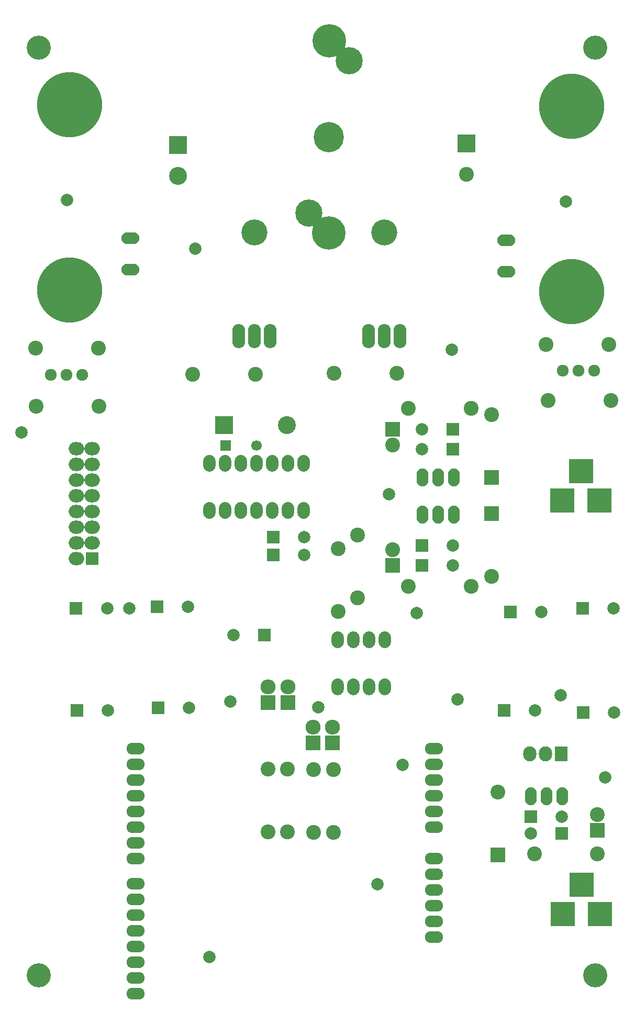
<source format=gts>
%TF.GenerationSoftware,KiCad,Pcbnew,4.0.2-stable*%
%TF.CreationDate,2016-09-16T18:38:57+02:00*%
%TF.ProjectId,Power_converter_V_3,506F7765725F636F6E7665727465725F,rev?*%
%TF.FileFunction,Soldermask,Top*%
%FSLAX46Y46*%
G04 Gerber Fmt 4.6, Leading zero omitted, Abs format (unit mm)*
G04 Created by KiCad (PCBNEW 4.0.2-stable) date 16/09/2016 18:38:57*
%MOMM*%
G01*
G04 APERTURE LIST*
%ADD10C,0.100000*%
%ADD11C,2.000000*%
%ADD12O,2.940000X1.924000*%
%ADD13C,2.900000*%
%ADD14R,2.900000X2.900000*%
%ADD15C,2.398980*%
%ADD16O,1.901140X2.899360*%
%ADD17R,1.700000X1.700000*%
%ADD18C,1.700000*%
%ADD19C,10.560000*%
%ADD20R,3.900120X3.900120*%
%ADD21R,2.398980X2.398980*%
%ADD22O,2.000000X2.700000*%
%ADD23R,2.127200X2.432000*%
%ADD24O,2.127200X2.432000*%
%ADD25R,2.432000X2.432000*%
%ADD26O,2.432000X2.432000*%
%ADD27R,2.400000X2.400000*%
%ADD28C,2.400000*%
%ADD29C,1.924000*%
%ADD30O,2.899360X1.901140*%
%ADD31O,2.099260X3.900120*%
%ADD32C,4.199840*%
%ADD33R,2.127200X2.127200*%
%ADD34O,2.500000X2.127200*%
%ADD35R,2.000000X2.000000*%
%ADD36C,3.900120*%
%ADD37C,5.400000*%
%ADD38C,4.400000*%
%ADD39C,4.900000*%
G04 APERTURE END LIST*
D10*
D11*
X84074000Y-112776000D03*
X68130000Y-128050000D03*
X37603200Y-112037200D03*
X107340000Y-126090000D03*
X114540000Y-139390000D03*
X50490000Y-168420000D03*
X77690000Y-156680000D03*
X81750000Y-137330000D03*
X53920000Y-127130000D03*
X90630000Y-126760000D03*
X108204400Y-46250400D03*
X27483200Y-46047200D03*
X79604000Y-93596000D03*
X89764000Y-70228000D03*
X20106000Y-83632000D03*
D12*
X86880700Y-134741920D03*
X86880700Y-137281920D03*
X86880700Y-139821920D03*
X86880700Y-147441920D03*
X86880700Y-144901920D03*
X86880700Y-142361920D03*
X86880700Y-152521920D03*
X86880700Y-155061920D03*
X86880700Y-157601920D03*
X86880700Y-162681920D03*
X86880700Y-165221920D03*
X38620700Y-134741920D03*
X38620700Y-137281920D03*
X38620700Y-139821920D03*
X38620700Y-142361920D03*
X38620700Y-144901920D03*
X38620700Y-147441920D03*
X38620700Y-149981920D03*
X38620700Y-152521920D03*
X38620700Y-156585920D03*
X38620700Y-159125920D03*
X38620700Y-161665920D03*
X38620700Y-164205920D03*
X38620700Y-166745920D03*
X38620700Y-169285920D03*
X38620700Y-171825920D03*
X38620700Y-174365920D03*
X86880700Y-160141920D03*
D13*
X63028200Y-82375960D03*
D14*
X52868200Y-82375960D03*
D15*
X71374000Y-102362000D03*
X71374000Y-112522000D03*
X74472800Y-100228400D03*
X74472800Y-110388400D03*
D16*
X87530400Y-90898400D03*
X90070400Y-90898400D03*
X84990400Y-90898400D03*
D17*
X53147600Y-85705900D03*
D18*
X58147600Y-85705900D03*
D19*
X109118400Y-30835600D03*
X109118400Y-60807600D03*
X27894280Y-30556200D03*
X27894280Y-60528200D03*
D20*
X107599860Y-94600000D03*
X113599340Y-94600000D03*
X110599600Y-89901000D03*
X107703620Y-161452560D03*
X113703100Y-161452560D03*
X110703360Y-156753560D03*
D15*
X96132940Y-106858400D03*
D21*
X96132940Y-96698400D03*
D15*
X96127860Y-80738400D03*
D21*
X96127860Y-90898400D03*
D15*
X97137220Y-141782800D03*
D21*
X97137220Y-151942800D03*
D22*
X50544100Y-96183400D03*
X53084100Y-96183400D03*
X55624100Y-96183400D03*
X58164100Y-96183400D03*
X60704100Y-96183400D03*
X63244100Y-96183400D03*
X65784100Y-96183400D03*
X65784100Y-88563400D03*
X63244100Y-88563400D03*
X60704100Y-88563400D03*
X58164100Y-88563400D03*
X55624100Y-88563400D03*
X53084100Y-88563400D03*
X50544100Y-88563400D03*
D16*
X87530400Y-96898400D03*
X90070400Y-96898400D03*
X84990400Y-96898400D03*
X105029160Y-142473600D03*
X102489160Y-142473600D03*
X107569160Y-142473600D03*
D23*
X107429160Y-135573600D03*
D24*
X104889160Y-135573600D03*
X102349160Y-135573600D03*
D25*
X60020200Y-127292100D03*
D26*
X60020200Y-124752100D03*
D25*
X70439280Y-133830060D03*
D26*
X70439280Y-131290060D03*
D25*
X63195200Y-127292100D03*
D26*
X63195200Y-124752100D03*
D25*
X67264280Y-133830060D03*
D26*
X67264280Y-131290060D03*
D27*
X80130400Y-105098400D03*
D28*
X80130400Y-102558400D03*
D27*
X80130400Y-83098400D03*
D28*
X80130400Y-85638400D03*
D27*
X113279160Y-147923600D03*
D28*
X113279160Y-145383600D03*
D22*
X71310500Y-124764800D03*
X73850500Y-124764800D03*
X76390500Y-124764800D03*
X78930500Y-124764800D03*
X78930500Y-117144800D03*
X76390500Y-117144800D03*
X73850500Y-117144800D03*
X71310500Y-117144800D03*
D29*
X110197900Y-73621900D03*
X107657900Y-73621900D03*
X112737900Y-73621900D03*
X27388820Y-74261980D03*
X24848820Y-74261980D03*
X29928820Y-74261980D03*
D15*
X82730400Y-108498400D03*
X92890400Y-108498400D03*
X82730400Y-79698400D03*
X92890400Y-79698400D03*
D30*
X98501200Y-57607200D03*
X98501200Y-52527200D03*
X37744400Y-52222400D03*
X37744400Y-57302400D03*
D15*
X113294160Y-151739600D03*
X103134160Y-151739600D03*
X80800000Y-74000000D03*
X70640000Y-74000000D03*
X47800000Y-74200000D03*
X57960000Y-74200000D03*
X59974480Y-148181060D03*
X59974480Y-138021060D03*
X70566280Y-148308060D03*
X70566280Y-138148060D03*
X63149480Y-148181060D03*
X63149480Y-138021060D03*
X67391280Y-148308060D03*
X67391280Y-138148060D03*
X105003600Y-69392800D03*
X115163600Y-69392800D03*
X115448080Y-78455520D03*
X105288080Y-78455520D03*
X32595820Y-69943980D03*
X22435820Y-69943980D03*
X22491700Y-79377540D03*
X32651700Y-79377540D03*
D28*
X92100400Y-41880800D03*
D14*
X92100400Y-36880800D03*
D13*
X45466000Y-42084000D03*
D14*
X45466000Y-37084000D03*
D31*
X78800000Y-68000000D03*
X76260000Y-68000000D03*
X81340000Y-68000000D03*
D32*
X78800000Y-51236000D03*
D31*
X57800000Y-68000000D03*
X55260000Y-68000000D03*
X60340000Y-68000000D03*
D32*
X57800000Y-51236000D03*
D11*
X48260000Y-53848000D03*
D33*
X31567120Y-104013000D03*
D34*
X29027120Y-104013000D03*
X31567120Y-101473000D03*
X29027120Y-101473000D03*
X31567120Y-98933000D03*
X29027120Y-98933000D03*
X31567120Y-96393000D03*
X29027120Y-96393000D03*
X31567120Y-93853000D03*
X29027120Y-93853000D03*
X31567120Y-91313000D03*
X29027120Y-91313000D03*
X31567120Y-88773000D03*
X29027120Y-88773000D03*
X31567120Y-86233000D03*
X29027120Y-86233000D03*
D35*
X59385200Y-116332000D03*
D11*
X54385200Y-116332000D03*
D35*
X110960000Y-128880000D03*
D11*
X115960000Y-128880000D03*
D35*
X28975000Y-112025000D03*
D11*
X33975000Y-112025000D03*
D35*
X29075000Y-128575000D03*
D11*
X34075000Y-128575000D03*
D35*
X110925000Y-112050000D03*
D11*
X115925000Y-112050000D03*
D35*
X98175000Y-128575000D03*
D11*
X103175000Y-128575000D03*
D35*
X99175000Y-112650000D03*
D11*
X104175000Y-112650000D03*
D35*
X42225000Y-128150000D03*
D11*
X47225000Y-128150000D03*
D35*
X42050000Y-111775000D03*
D11*
X47050000Y-111775000D03*
D35*
X107529160Y-148473600D03*
D11*
X102529160Y-148473600D03*
D35*
X102529160Y-145723600D03*
D11*
X107529160Y-145723600D03*
D35*
X89930400Y-83098400D03*
D11*
X84930400Y-83098400D03*
D35*
X89930400Y-86298400D03*
D11*
X84930400Y-86298400D03*
D35*
X84930400Y-105098400D03*
D11*
X89930400Y-105098400D03*
D35*
X84930400Y-101898400D03*
D11*
X89930400Y-101898400D03*
D36*
X22958920Y-171408740D03*
X22958920Y-21409040D03*
X112958740Y-21409040D03*
X112958740Y-171408740D03*
D37*
X69900800Y-20300600D03*
X69850000Y-51364800D03*
D38*
X73126600Y-23501000D03*
X66624200Y-48139000D03*
D39*
X69850000Y-35820000D03*
D35*
X60818400Y-103435100D03*
D11*
X65818400Y-103435100D03*
D35*
X60818400Y-100539500D03*
D11*
X65818400Y-100539500D03*
M02*

</source>
